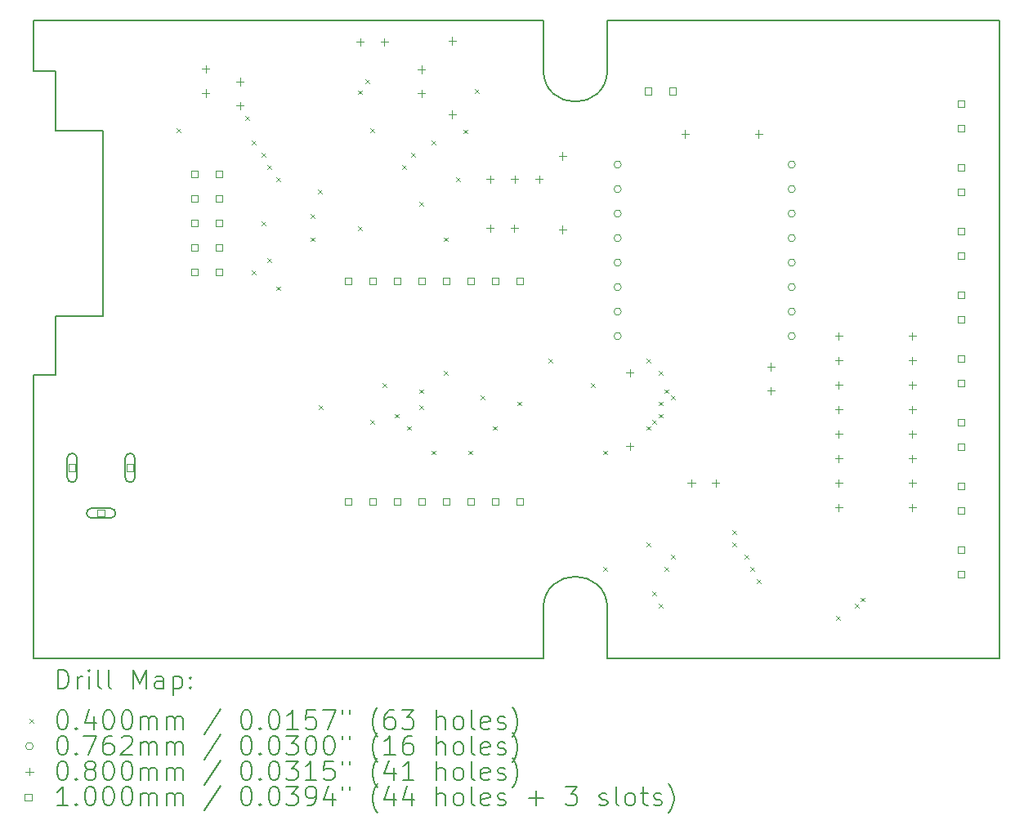
<source format=gbr>
%TF.GenerationSoftware,KiCad,Pcbnew,6.0.8+dfsg-1~bpo11+1+rpt1*%
%TF.CreationDate,2024-04-17T15:14:39-06:00*%
%TF.ProjectId,RetroWiFiModem,52657472-6f57-4694-9669-4d6f64656d2e,0.3*%
%TF.SameCoordinates,Original*%
%TF.FileFunction,Drillmap*%
%TF.FilePolarity,Positive*%
%FSLAX45Y45*%
G04 Gerber Fmt 4.5, Leading zero omitted, Abs format (unit mm)*
G04 Created by KiCad (PCBNEW 6.0.8+dfsg-1~bpo11+1+rpt1) date 2024-04-17 15:14:39*
%MOMM*%
%LPD*%
G01*
G04 APERTURE LIST*
%ADD10C,0.150000*%
%ADD11C,0.200000*%
%ADD12C,0.040000*%
%ADD13C,0.076200*%
%ADD14C,0.080000*%
%ADD15C,0.100000*%
G04 APERTURE END LIST*
D10*
X20970000Y-7583000D02*
X20970000Y-14197000D01*
X16248500Y-14197000D02*
X10970000Y-14197000D01*
X16911500Y-13682500D02*
G75*
G03*
X16248500Y-13682500I-331500J0D01*
G01*
X16911500Y-14197000D02*
X16911500Y-13682500D01*
X11198060Y-8114100D02*
X10970000Y-8114100D01*
X10970000Y-8114100D02*
X10970000Y-7583000D01*
X11683200Y-8727110D02*
X11198060Y-8727110D01*
X16248500Y-8097500D02*
G75*
G03*
X16911500Y-8097500I331500J0D01*
G01*
X16911500Y-8097500D02*
X16911500Y-7583000D01*
X11198060Y-8727110D02*
X11198060Y-8114100D01*
X11198060Y-10649890D02*
X11683200Y-10649890D01*
X11198060Y-11262900D02*
X11198060Y-10649890D01*
X16911500Y-7583000D02*
X20970000Y-7583000D01*
X16248500Y-13682500D02*
X16248500Y-14197000D01*
X16248500Y-7583000D02*
X16248500Y-8097500D01*
X20970000Y-14197000D02*
X16911500Y-14197000D01*
X10970000Y-7583000D02*
X16248500Y-7583000D01*
X11683200Y-10649890D02*
X11683200Y-8727110D01*
X10970000Y-14197000D02*
X10970000Y-11262900D01*
X10970000Y-11262900D02*
X11198060Y-11262900D01*
D11*
D12*
X12451400Y-8704900D02*
X12491400Y-8744900D01*
X12491400Y-8704900D02*
X12451400Y-8744900D01*
X13162600Y-8577900D02*
X13202600Y-8617900D01*
X13202600Y-8577900D02*
X13162600Y-8617900D01*
X13226100Y-8831900D02*
X13266100Y-8871900D01*
X13266100Y-8831900D02*
X13226100Y-8871900D01*
X13226100Y-10178100D02*
X13266100Y-10218100D01*
X13266100Y-10178100D02*
X13226100Y-10218100D01*
X13327700Y-8958900D02*
X13367700Y-8998900D01*
X13367700Y-8958900D02*
X13327700Y-8998900D01*
X13327700Y-9670100D02*
X13367700Y-9710100D01*
X13367700Y-9670100D02*
X13327700Y-9710100D01*
X13391200Y-9085900D02*
X13431200Y-9125900D01*
X13431200Y-9085900D02*
X13391200Y-9125900D01*
X13391200Y-10051100D02*
X13431200Y-10091100D01*
X13431200Y-10051100D02*
X13391200Y-10091100D01*
X13480100Y-9212900D02*
X13520100Y-9252900D01*
X13520100Y-9212900D02*
X13480100Y-9252900D01*
X13480100Y-10343200D02*
X13520100Y-10383200D01*
X13520100Y-10343200D02*
X13480100Y-10383200D01*
X13835700Y-9593900D02*
X13875700Y-9633900D01*
X13875700Y-9593900D02*
X13835700Y-9633900D01*
X13835700Y-9835200D02*
X13875700Y-9875200D01*
X13875700Y-9835200D02*
X13835700Y-9875200D01*
X13911900Y-9339900D02*
X13951900Y-9379900D01*
X13951900Y-9339900D02*
X13911900Y-9379900D01*
X13924600Y-11575100D02*
X13964600Y-11615100D01*
X13964600Y-11575100D02*
X13924600Y-11615100D01*
X14331000Y-8311200D02*
X14371000Y-8351200D01*
X14371000Y-8311200D02*
X14331000Y-8351200D01*
X14331000Y-9720900D02*
X14371000Y-9760900D01*
X14371000Y-9720900D02*
X14331000Y-9760900D01*
X14407200Y-8196900D02*
X14447200Y-8236900D01*
X14447200Y-8196900D02*
X14407200Y-8236900D01*
X14458000Y-8704900D02*
X14498000Y-8744900D01*
X14498000Y-8704900D02*
X14458000Y-8744900D01*
X14458000Y-11727500D02*
X14498000Y-11767500D01*
X14498000Y-11727500D02*
X14458000Y-11767500D01*
X14585000Y-11346500D02*
X14625000Y-11386500D01*
X14625000Y-11346500D02*
X14585000Y-11386500D01*
X14712000Y-11664000D02*
X14752000Y-11704000D01*
X14752000Y-11664000D02*
X14712000Y-11704000D01*
X14788200Y-9085900D02*
X14828200Y-9125900D01*
X14828200Y-9085900D02*
X14788200Y-9125900D01*
X14839000Y-11791000D02*
X14879000Y-11831000D01*
X14879000Y-11791000D02*
X14839000Y-11831000D01*
X14877100Y-8958900D02*
X14917100Y-8998900D01*
X14917100Y-8958900D02*
X14877100Y-8998900D01*
X14966000Y-9466900D02*
X15006000Y-9506900D01*
X15006000Y-9466900D02*
X14966000Y-9506900D01*
X14966000Y-11410000D02*
X15006000Y-11450000D01*
X15006000Y-11410000D02*
X14966000Y-11450000D01*
X14966000Y-11575100D02*
X15006000Y-11615100D01*
X15006000Y-11575100D02*
X14966000Y-11615100D01*
X15093000Y-8831900D02*
X15133000Y-8871900D01*
X15133000Y-8831900D02*
X15093000Y-8871900D01*
X15093000Y-12045000D02*
X15133000Y-12085000D01*
X15133000Y-12045000D02*
X15093000Y-12085000D01*
X15220000Y-9835200D02*
X15260000Y-9875200D01*
X15260000Y-9835200D02*
X15220000Y-9875200D01*
X15220000Y-11219500D02*
X15260000Y-11259500D01*
X15260000Y-11219500D02*
X15220000Y-11259500D01*
X15347000Y-9212900D02*
X15387000Y-9252900D01*
X15387000Y-9212900D02*
X15347000Y-9252900D01*
X15423200Y-8717600D02*
X15463200Y-8757600D01*
X15463200Y-8717600D02*
X15423200Y-8757600D01*
X15474000Y-12045000D02*
X15514000Y-12085000D01*
X15514000Y-12045000D02*
X15474000Y-12085000D01*
X15537500Y-8298500D02*
X15577500Y-8338500D01*
X15577500Y-8298500D02*
X15537500Y-8338500D01*
X15601000Y-11473500D02*
X15641000Y-11513500D01*
X15641000Y-11473500D02*
X15601000Y-11513500D01*
X15728000Y-11791000D02*
X15768000Y-11831000D01*
X15768000Y-11791000D02*
X15728000Y-11831000D01*
X15982000Y-11537000D02*
X16022000Y-11577000D01*
X16022000Y-11537000D02*
X15982000Y-11577000D01*
X16299500Y-11092500D02*
X16339500Y-11132500D01*
X16339500Y-11092500D02*
X16299500Y-11132500D01*
X16744000Y-11346500D02*
X16784000Y-11386500D01*
X16784000Y-11346500D02*
X16744000Y-11386500D01*
X16871000Y-12045000D02*
X16911000Y-12085000D01*
X16911000Y-12045000D02*
X16871000Y-12085000D01*
X16871000Y-13251500D02*
X16911000Y-13291500D01*
X16911000Y-13251500D02*
X16871000Y-13291500D01*
X17315500Y-11092500D02*
X17355500Y-11132500D01*
X17355500Y-11092500D02*
X17315500Y-11132500D01*
X17315500Y-11791000D02*
X17355500Y-11831000D01*
X17355500Y-11791000D02*
X17315500Y-11831000D01*
X17315500Y-12997500D02*
X17355500Y-13037500D01*
X17355500Y-12997500D02*
X17315500Y-13037500D01*
X17379000Y-11727500D02*
X17419000Y-11767500D01*
X17419000Y-11727500D02*
X17379000Y-11767500D01*
X17379000Y-13505500D02*
X17419000Y-13545500D01*
X17419000Y-13505500D02*
X17379000Y-13545500D01*
X17442500Y-11219500D02*
X17482500Y-11259500D01*
X17482500Y-11219500D02*
X17442500Y-11259500D01*
X17442500Y-11537000D02*
X17482500Y-11577000D01*
X17482500Y-11537000D02*
X17442500Y-11577000D01*
X17442500Y-11664000D02*
X17482500Y-11704000D01*
X17482500Y-11664000D02*
X17442500Y-11704000D01*
X17442500Y-13632500D02*
X17482500Y-13672500D01*
X17482500Y-13632500D02*
X17442500Y-13672500D01*
X17506000Y-11410000D02*
X17546000Y-11450000D01*
X17546000Y-11410000D02*
X17506000Y-11450000D01*
X17506000Y-13251500D02*
X17546000Y-13291500D01*
X17546000Y-13251500D02*
X17506000Y-13291500D01*
X17569500Y-11473500D02*
X17609500Y-11513500D01*
X17609500Y-11473500D02*
X17569500Y-11513500D01*
X17569500Y-13124500D02*
X17609500Y-13164500D01*
X17609500Y-13124500D02*
X17569500Y-13164500D01*
X18204500Y-12870500D02*
X18244500Y-12910500D01*
X18244500Y-12870500D02*
X18204500Y-12910500D01*
X18204500Y-12997500D02*
X18244500Y-13037500D01*
X18244500Y-12997500D02*
X18204500Y-13037500D01*
X18331500Y-13124500D02*
X18371500Y-13164500D01*
X18371500Y-13124500D02*
X18331500Y-13164500D01*
X18395000Y-13251500D02*
X18435000Y-13291500D01*
X18435000Y-13251500D02*
X18395000Y-13291500D01*
X18458500Y-13378500D02*
X18498500Y-13418500D01*
X18498500Y-13378500D02*
X18458500Y-13418500D01*
X19284000Y-13759500D02*
X19324000Y-13799500D01*
X19324000Y-13759500D02*
X19284000Y-13799500D01*
X19474500Y-13632500D02*
X19514500Y-13672500D01*
X19514500Y-13632500D02*
X19474500Y-13672500D01*
X19538000Y-13569000D02*
X19578000Y-13609000D01*
X19578000Y-13569000D02*
X19538000Y-13609000D01*
D13*
X17056100Y-9080500D02*
G75*
G03*
X17056100Y-9080500I-38100J0D01*
G01*
X17056100Y-9334500D02*
G75*
G03*
X17056100Y-9334500I-38100J0D01*
G01*
X17056100Y-9588500D02*
G75*
G03*
X17056100Y-9588500I-38100J0D01*
G01*
X17056100Y-9842500D02*
G75*
G03*
X17056100Y-9842500I-38100J0D01*
G01*
X17056100Y-10096500D02*
G75*
G03*
X17056100Y-10096500I-38100J0D01*
G01*
X17056100Y-10350500D02*
G75*
G03*
X17056100Y-10350500I-38100J0D01*
G01*
X17056100Y-10604500D02*
G75*
G03*
X17056100Y-10604500I-38100J0D01*
G01*
X17056100Y-10858500D02*
G75*
G03*
X17056100Y-10858500I-38100J0D01*
G01*
X18859500Y-9080500D02*
G75*
G03*
X18859500Y-9080500I-38100J0D01*
G01*
X18859500Y-9334500D02*
G75*
G03*
X18859500Y-9334500I-38100J0D01*
G01*
X18859500Y-9588500D02*
G75*
G03*
X18859500Y-9588500I-38100J0D01*
G01*
X18859500Y-9842500D02*
G75*
G03*
X18859500Y-9842500I-38100J0D01*
G01*
X18859500Y-10096500D02*
G75*
G03*
X18859500Y-10096500I-38100J0D01*
G01*
X18859500Y-10350500D02*
G75*
G03*
X18859500Y-10350500I-38100J0D01*
G01*
X18859500Y-10604500D02*
G75*
G03*
X18859500Y-10604500I-38100J0D01*
G01*
X18859500Y-10858500D02*
G75*
G03*
X18859500Y-10858500I-38100J0D01*
G01*
D14*
X12750800Y-8049900D02*
X12750800Y-8129900D01*
X12710800Y-8089900D02*
X12790800Y-8089900D01*
X12750800Y-8299900D02*
X12750800Y-8379900D01*
X12710800Y-8339900D02*
X12790800Y-8339900D01*
X13106400Y-8180900D02*
X13106400Y-8260900D01*
X13066400Y-8220900D02*
X13146400Y-8220900D01*
X13106400Y-8430900D02*
X13106400Y-8510900D01*
X13066400Y-8470900D02*
X13146400Y-8470900D01*
X14351000Y-7770500D02*
X14351000Y-7850500D01*
X14311000Y-7810500D02*
X14391000Y-7810500D01*
X14601000Y-7770500D02*
X14601000Y-7850500D01*
X14561000Y-7810500D02*
X14641000Y-7810500D01*
X14986000Y-8053900D02*
X14986000Y-8133900D01*
X14946000Y-8093900D02*
X15026000Y-8093900D01*
X14986000Y-8303900D02*
X14986000Y-8383900D01*
X14946000Y-8343900D02*
X15026000Y-8343900D01*
X15303500Y-7757800D02*
X15303500Y-7837800D01*
X15263500Y-7797800D02*
X15343500Y-7797800D01*
X15303500Y-8519800D02*
X15303500Y-8599800D01*
X15263500Y-8559800D02*
X15343500Y-8559800D01*
X15697200Y-9192900D02*
X15697200Y-9272900D01*
X15657200Y-9232900D02*
X15737200Y-9232900D01*
X15697200Y-9700900D02*
X15697200Y-9780900D01*
X15657200Y-9740900D02*
X15737200Y-9740900D01*
X15947200Y-9700900D02*
X15947200Y-9780900D01*
X15907200Y-9740900D02*
X15987200Y-9740900D01*
X15951200Y-9192900D02*
X15951200Y-9272900D01*
X15911200Y-9232900D02*
X15991200Y-9232900D01*
X16205200Y-9192900D02*
X16205200Y-9272900D01*
X16165200Y-9232900D02*
X16245200Y-9232900D01*
X16446500Y-8951600D02*
X16446500Y-9031600D01*
X16406500Y-8991600D02*
X16486500Y-8991600D01*
X16446500Y-9713600D02*
X16446500Y-9793600D01*
X16406500Y-9753600D02*
X16486500Y-9753600D01*
X17145000Y-11199500D02*
X17145000Y-11279500D01*
X17105000Y-11239500D02*
X17185000Y-11239500D01*
X17145000Y-11961500D02*
X17145000Y-12041500D01*
X17105000Y-12001500D02*
X17185000Y-12001500D01*
X17716500Y-8723000D02*
X17716500Y-8803000D01*
X17676500Y-8763000D02*
X17756500Y-8763000D01*
X17784000Y-12342500D02*
X17784000Y-12422500D01*
X17744000Y-12382500D02*
X17824000Y-12382500D01*
X18034000Y-12342500D02*
X18034000Y-12422500D01*
X17994000Y-12382500D02*
X18074000Y-12382500D01*
X18478500Y-8723000D02*
X18478500Y-8803000D01*
X18438500Y-8763000D02*
X18518500Y-8763000D01*
X18605500Y-11136000D02*
X18605500Y-11216000D01*
X18565500Y-11176000D02*
X18645500Y-11176000D01*
X18605500Y-11386000D02*
X18605500Y-11466000D01*
X18565500Y-11426000D02*
X18645500Y-11426000D01*
X19310350Y-10818500D02*
X19310350Y-10898500D01*
X19270350Y-10858500D02*
X19350350Y-10858500D01*
X19310350Y-11072500D02*
X19310350Y-11152500D01*
X19270350Y-11112500D02*
X19350350Y-11112500D01*
X19310350Y-11326500D02*
X19310350Y-11406500D01*
X19270350Y-11366500D02*
X19350350Y-11366500D01*
X19310350Y-11580500D02*
X19310350Y-11660500D01*
X19270350Y-11620500D02*
X19350350Y-11620500D01*
X19310350Y-11834500D02*
X19310350Y-11914500D01*
X19270350Y-11874500D02*
X19350350Y-11874500D01*
X19310350Y-12088500D02*
X19310350Y-12168500D01*
X19270350Y-12128500D02*
X19350350Y-12128500D01*
X19310350Y-12342500D02*
X19310350Y-12422500D01*
X19270350Y-12382500D02*
X19350350Y-12382500D01*
X19310350Y-12596500D02*
X19310350Y-12676500D01*
X19270350Y-12636500D02*
X19350350Y-12636500D01*
X20072350Y-10818500D02*
X20072350Y-10898500D01*
X20032350Y-10858500D02*
X20112350Y-10858500D01*
X20072350Y-11072500D02*
X20072350Y-11152500D01*
X20032350Y-11112500D02*
X20112350Y-11112500D01*
X20072350Y-11326500D02*
X20072350Y-11406500D01*
X20032350Y-11366500D02*
X20112350Y-11366500D01*
X20072350Y-11580500D02*
X20072350Y-11660500D01*
X20032350Y-11620500D02*
X20112350Y-11620500D01*
X20072350Y-11834500D02*
X20072350Y-11914500D01*
X20032350Y-11874500D02*
X20112350Y-11874500D01*
X20072350Y-12088500D02*
X20072350Y-12168500D01*
X20032350Y-12128500D02*
X20112350Y-12128500D01*
X20072350Y-12342500D02*
X20072350Y-12422500D01*
X20032350Y-12382500D02*
X20112350Y-12382500D01*
X20072350Y-12596500D02*
X20072350Y-12676500D01*
X20032350Y-12636500D02*
X20112350Y-12636500D01*
D15*
X11401856Y-12258606D02*
X11401856Y-12187894D01*
X11331144Y-12187894D01*
X11331144Y-12258606D01*
X11401856Y-12258606D01*
D11*
X11316500Y-12123250D02*
X11316500Y-12323250D01*
X11416500Y-12123250D02*
X11416500Y-12323250D01*
X11316500Y-12323250D02*
G75*
G03*
X11416500Y-12323250I50000J0D01*
G01*
X11416500Y-12123250D02*
G75*
G03*
X11316500Y-12123250I-50000J0D01*
G01*
D15*
X11701856Y-12728606D02*
X11701856Y-12657894D01*
X11631144Y-12657894D01*
X11631144Y-12728606D01*
X11701856Y-12728606D01*
D11*
X11566500Y-12743250D02*
X11766500Y-12743250D01*
X11566500Y-12643250D02*
X11766500Y-12643250D01*
X11766500Y-12743250D02*
G75*
G03*
X11766500Y-12643250I0J50000D01*
G01*
X11566500Y-12643250D02*
G75*
G03*
X11566500Y-12743250I0J-50000D01*
G01*
D15*
X12001856Y-12258606D02*
X12001856Y-12187894D01*
X11931144Y-12187894D01*
X11931144Y-12258606D01*
X12001856Y-12258606D01*
D11*
X11916500Y-12123250D02*
X11916500Y-12323250D01*
X12016500Y-12123250D02*
X12016500Y-12323250D01*
X11916500Y-12323250D02*
G75*
G03*
X12016500Y-12323250I50000J0D01*
G01*
X12016500Y-12123250D02*
G75*
G03*
X11916500Y-12123250I-50000J0D01*
G01*
D15*
X12671856Y-9215856D02*
X12671856Y-9145144D01*
X12601144Y-9145144D01*
X12601144Y-9215856D01*
X12671856Y-9215856D01*
X12671856Y-9469856D02*
X12671856Y-9399144D01*
X12601144Y-9399144D01*
X12601144Y-9469856D01*
X12671856Y-9469856D01*
X12671856Y-9723856D02*
X12671856Y-9653144D01*
X12601144Y-9653144D01*
X12601144Y-9723856D01*
X12671856Y-9723856D01*
X12671856Y-9977856D02*
X12671856Y-9907144D01*
X12601144Y-9907144D01*
X12601144Y-9977856D01*
X12671856Y-9977856D01*
X12671856Y-10231856D02*
X12671856Y-10161144D01*
X12601144Y-10161144D01*
X12601144Y-10231856D01*
X12671856Y-10231856D01*
X12925856Y-9215856D02*
X12925856Y-9145144D01*
X12855144Y-9145144D01*
X12855144Y-9215856D01*
X12925856Y-9215856D01*
X12925856Y-9469856D02*
X12925856Y-9399144D01*
X12855144Y-9399144D01*
X12855144Y-9469856D01*
X12925856Y-9469856D01*
X12925856Y-9723856D02*
X12925856Y-9653144D01*
X12855144Y-9653144D01*
X12855144Y-9723856D01*
X12925856Y-9723856D01*
X12925856Y-9977856D02*
X12925856Y-9907144D01*
X12855144Y-9907144D01*
X12855144Y-9977856D01*
X12925856Y-9977856D01*
X12925856Y-10231856D02*
X12925856Y-10161144D01*
X12855144Y-10161144D01*
X12855144Y-10231856D01*
X12925856Y-10231856D01*
X14259356Y-10322356D02*
X14259356Y-10251644D01*
X14188644Y-10251644D01*
X14188644Y-10322356D01*
X14259356Y-10322356D01*
X14259356Y-12608356D02*
X14259356Y-12537644D01*
X14188644Y-12537644D01*
X14188644Y-12608356D01*
X14259356Y-12608356D01*
X14513356Y-10322356D02*
X14513356Y-10251644D01*
X14442644Y-10251644D01*
X14442644Y-10322356D01*
X14513356Y-10322356D01*
X14513356Y-12608356D02*
X14513356Y-12537644D01*
X14442644Y-12537644D01*
X14442644Y-12608356D01*
X14513356Y-12608356D01*
X14767356Y-10322356D02*
X14767356Y-10251644D01*
X14696644Y-10251644D01*
X14696644Y-10322356D01*
X14767356Y-10322356D01*
X14767356Y-12608356D02*
X14767356Y-12537644D01*
X14696644Y-12537644D01*
X14696644Y-12608356D01*
X14767356Y-12608356D01*
X15021356Y-10322356D02*
X15021356Y-10251644D01*
X14950644Y-10251644D01*
X14950644Y-10322356D01*
X15021356Y-10322356D01*
X15021356Y-12608356D02*
X15021356Y-12537644D01*
X14950644Y-12537644D01*
X14950644Y-12608356D01*
X15021356Y-12608356D01*
X15275356Y-10322356D02*
X15275356Y-10251644D01*
X15204644Y-10251644D01*
X15204644Y-10322356D01*
X15275356Y-10322356D01*
X15275356Y-12608356D02*
X15275356Y-12537644D01*
X15204644Y-12537644D01*
X15204644Y-12608356D01*
X15275356Y-12608356D01*
X15529356Y-10322356D02*
X15529356Y-10251644D01*
X15458644Y-10251644D01*
X15458644Y-10322356D01*
X15529356Y-10322356D01*
X15529356Y-12608356D02*
X15529356Y-12537644D01*
X15458644Y-12537644D01*
X15458644Y-12608356D01*
X15529356Y-12608356D01*
X15783356Y-10322356D02*
X15783356Y-10251644D01*
X15712644Y-10251644D01*
X15712644Y-10322356D01*
X15783356Y-10322356D01*
X15783356Y-12608356D02*
X15783356Y-12537644D01*
X15712644Y-12537644D01*
X15712644Y-12608356D01*
X15783356Y-12608356D01*
X16037356Y-10322356D02*
X16037356Y-10251644D01*
X15966644Y-10251644D01*
X15966644Y-10322356D01*
X16037356Y-10322356D01*
X16037356Y-12608356D02*
X16037356Y-12537644D01*
X15966644Y-12537644D01*
X15966644Y-12608356D01*
X16037356Y-12608356D01*
X17370856Y-8353856D02*
X17370856Y-8283144D01*
X17300144Y-8283144D01*
X17300144Y-8353856D01*
X17370856Y-8353856D01*
X17624856Y-8353856D02*
X17624856Y-8283144D01*
X17554144Y-8283144D01*
X17554144Y-8353856D01*
X17624856Y-8353856D01*
X20609356Y-8486956D02*
X20609356Y-8416244D01*
X20538644Y-8416244D01*
X20538644Y-8486956D01*
X20609356Y-8486956D01*
X20609356Y-8740956D02*
X20609356Y-8670244D01*
X20538644Y-8670244D01*
X20538644Y-8740956D01*
X20609356Y-8740956D01*
X20609356Y-9147356D02*
X20609356Y-9076644D01*
X20538644Y-9076644D01*
X20538644Y-9147356D01*
X20609356Y-9147356D01*
X20609356Y-9401356D02*
X20609356Y-9330644D01*
X20538644Y-9330644D01*
X20538644Y-9401356D01*
X20609356Y-9401356D01*
X20609356Y-9807756D02*
X20609356Y-9737044D01*
X20538644Y-9737044D01*
X20538644Y-9807756D01*
X20609356Y-9807756D01*
X20609356Y-10061756D02*
X20609356Y-9991044D01*
X20538644Y-9991044D01*
X20538644Y-10061756D01*
X20609356Y-10061756D01*
X20609356Y-10468156D02*
X20609356Y-10397444D01*
X20538644Y-10397444D01*
X20538644Y-10468156D01*
X20609356Y-10468156D01*
X20609356Y-10722156D02*
X20609356Y-10651444D01*
X20538644Y-10651444D01*
X20538644Y-10722156D01*
X20609356Y-10722156D01*
X20609356Y-11128556D02*
X20609356Y-11057844D01*
X20538644Y-11057844D01*
X20538644Y-11128556D01*
X20609356Y-11128556D01*
X20609356Y-11382556D02*
X20609356Y-11311844D01*
X20538644Y-11311844D01*
X20538644Y-11382556D01*
X20609356Y-11382556D01*
X20609356Y-11788956D02*
X20609356Y-11718244D01*
X20538644Y-11718244D01*
X20538644Y-11788956D01*
X20609356Y-11788956D01*
X20609356Y-12042956D02*
X20609356Y-11972244D01*
X20538644Y-11972244D01*
X20538644Y-12042956D01*
X20609356Y-12042956D01*
X20609356Y-12449356D02*
X20609356Y-12378644D01*
X20538644Y-12378644D01*
X20538644Y-12449356D01*
X20609356Y-12449356D01*
X20609356Y-12703356D02*
X20609356Y-12632644D01*
X20538644Y-12632644D01*
X20538644Y-12703356D01*
X20609356Y-12703356D01*
X20609356Y-13109756D02*
X20609356Y-13039044D01*
X20538644Y-13039044D01*
X20538644Y-13109756D01*
X20609356Y-13109756D01*
X20609356Y-13363756D02*
X20609356Y-13293044D01*
X20538644Y-13293044D01*
X20538644Y-13363756D01*
X20609356Y-13363756D01*
D11*
X11220119Y-14514976D02*
X11220119Y-14314976D01*
X11267738Y-14314976D01*
X11296309Y-14324500D01*
X11315357Y-14343548D01*
X11324881Y-14362595D01*
X11334405Y-14400690D01*
X11334405Y-14429262D01*
X11324881Y-14467357D01*
X11315357Y-14486405D01*
X11296309Y-14505452D01*
X11267738Y-14514976D01*
X11220119Y-14514976D01*
X11420119Y-14514976D02*
X11420119Y-14381643D01*
X11420119Y-14419738D02*
X11429643Y-14400690D01*
X11439167Y-14391167D01*
X11458214Y-14381643D01*
X11477262Y-14381643D01*
X11543928Y-14514976D02*
X11543928Y-14381643D01*
X11543928Y-14314976D02*
X11534405Y-14324500D01*
X11543928Y-14334024D01*
X11553452Y-14324500D01*
X11543928Y-14314976D01*
X11543928Y-14334024D01*
X11667738Y-14514976D02*
X11648690Y-14505452D01*
X11639167Y-14486405D01*
X11639167Y-14314976D01*
X11772500Y-14514976D02*
X11753452Y-14505452D01*
X11743928Y-14486405D01*
X11743928Y-14314976D01*
X12001071Y-14514976D02*
X12001071Y-14314976D01*
X12067738Y-14457833D01*
X12134405Y-14314976D01*
X12134405Y-14514976D01*
X12315357Y-14514976D02*
X12315357Y-14410214D01*
X12305833Y-14391167D01*
X12286786Y-14381643D01*
X12248690Y-14381643D01*
X12229643Y-14391167D01*
X12315357Y-14505452D02*
X12296309Y-14514976D01*
X12248690Y-14514976D01*
X12229643Y-14505452D01*
X12220119Y-14486405D01*
X12220119Y-14467357D01*
X12229643Y-14448309D01*
X12248690Y-14438786D01*
X12296309Y-14438786D01*
X12315357Y-14429262D01*
X12410595Y-14381643D02*
X12410595Y-14581643D01*
X12410595Y-14391167D02*
X12429643Y-14381643D01*
X12467738Y-14381643D01*
X12486786Y-14391167D01*
X12496309Y-14400690D01*
X12505833Y-14419738D01*
X12505833Y-14476881D01*
X12496309Y-14495928D01*
X12486786Y-14505452D01*
X12467738Y-14514976D01*
X12429643Y-14514976D01*
X12410595Y-14505452D01*
X12591548Y-14495928D02*
X12601071Y-14505452D01*
X12591548Y-14514976D01*
X12582024Y-14505452D01*
X12591548Y-14495928D01*
X12591548Y-14514976D01*
X12591548Y-14391167D02*
X12601071Y-14400690D01*
X12591548Y-14410214D01*
X12582024Y-14400690D01*
X12591548Y-14391167D01*
X12591548Y-14410214D01*
D12*
X10922500Y-14824500D02*
X10962500Y-14864500D01*
X10962500Y-14824500D02*
X10922500Y-14864500D01*
D11*
X11258214Y-14734976D02*
X11277262Y-14734976D01*
X11296309Y-14744500D01*
X11305833Y-14754024D01*
X11315357Y-14773071D01*
X11324881Y-14811167D01*
X11324881Y-14858786D01*
X11315357Y-14896881D01*
X11305833Y-14915928D01*
X11296309Y-14925452D01*
X11277262Y-14934976D01*
X11258214Y-14934976D01*
X11239167Y-14925452D01*
X11229643Y-14915928D01*
X11220119Y-14896881D01*
X11210595Y-14858786D01*
X11210595Y-14811167D01*
X11220119Y-14773071D01*
X11229643Y-14754024D01*
X11239167Y-14744500D01*
X11258214Y-14734976D01*
X11410595Y-14915928D02*
X11420119Y-14925452D01*
X11410595Y-14934976D01*
X11401071Y-14925452D01*
X11410595Y-14915928D01*
X11410595Y-14934976D01*
X11591548Y-14801643D02*
X11591548Y-14934976D01*
X11543928Y-14725452D02*
X11496309Y-14868309D01*
X11620119Y-14868309D01*
X11734405Y-14734976D02*
X11753452Y-14734976D01*
X11772500Y-14744500D01*
X11782024Y-14754024D01*
X11791548Y-14773071D01*
X11801071Y-14811167D01*
X11801071Y-14858786D01*
X11791548Y-14896881D01*
X11782024Y-14915928D01*
X11772500Y-14925452D01*
X11753452Y-14934976D01*
X11734405Y-14934976D01*
X11715357Y-14925452D01*
X11705833Y-14915928D01*
X11696309Y-14896881D01*
X11686786Y-14858786D01*
X11686786Y-14811167D01*
X11696309Y-14773071D01*
X11705833Y-14754024D01*
X11715357Y-14744500D01*
X11734405Y-14734976D01*
X11924881Y-14734976D02*
X11943928Y-14734976D01*
X11962976Y-14744500D01*
X11972500Y-14754024D01*
X11982024Y-14773071D01*
X11991548Y-14811167D01*
X11991548Y-14858786D01*
X11982024Y-14896881D01*
X11972500Y-14915928D01*
X11962976Y-14925452D01*
X11943928Y-14934976D01*
X11924881Y-14934976D01*
X11905833Y-14925452D01*
X11896309Y-14915928D01*
X11886786Y-14896881D01*
X11877262Y-14858786D01*
X11877262Y-14811167D01*
X11886786Y-14773071D01*
X11896309Y-14754024D01*
X11905833Y-14744500D01*
X11924881Y-14734976D01*
X12077262Y-14934976D02*
X12077262Y-14801643D01*
X12077262Y-14820690D02*
X12086786Y-14811167D01*
X12105833Y-14801643D01*
X12134405Y-14801643D01*
X12153452Y-14811167D01*
X12162976Y-14830214D01*
X12162976Y-14934976D01*
X12162976Y-14830214D02*
X12172500Y-14811167D01*
X12191548Y-14801643D01*
X12220119Y-14801643D01*
X12239167Y-14811167D01*
X12248690Y-14830214D01*
X12248690Y-14934976D01*
X12343928Y-14934976D02*
X12343928Y-14801643D01*
X12343928Y-14820690D02*
X12353452Y-14811167D01*
X12372500Y-14801643D01*
X12401071Y-14801643D01*
X12420119Y-14811167D01*
X12429643Y-14830214D01*
X12429643Y-14934976D01*
X12429643Y-14830214D02*
X12439167Y-14811167D01*
X12458214Y-14801643D01*
X12486786Y-14801643D01*
X12505833Y-14811167D01*
X12515357Y-14830214D01*
X12515357Y-14934976D01*
X12905833Y-14725452D02*
X12734405Y-14982595D01*
X13162976Y-14734976D02*
X13182024Y-14734976D01*
X13201071Y-14744500D01*
X13210595Y-14754024D01*
X13220119Y-14773071D01*
X13229643Y-14811167D01*
X13229643Y-14858786D01*
X13220119Y-14896881D01*
X13210595Y-14915928D01*
X13201071Y-14925452D01*
X13182024Y-14934976D01*
X13162976Y-14934976D01*
X13143928Y-14925452D01*
X13134405Y-14915928D01*
X13124881Y-14896881D01*
X13115357Y-14858786D01*
X13115357Y-14811167D01*
X13124881Y-14773071D01*
X13134405Y-14754024D01*
X13143928Y-14744500D01*
X13162976Y-14734976D01*
X13315357Y-14915928D02*
X13324881Y-14925452D01*
X13315357Y-14934976D01*
X13305833Y-14925452D01*
X13315357Y-14915928D01*
X13315357Y-14934976D01*
X13448690Y-14734976D02*
X13467738Y-14734976D01*
X13486786Y-14744500D01*
X13496309Y-14754024D01*
X13505833Y-14773071D01*
X13515357Y-14811167D01*
X13515357Y-14858786D01*
X13505833Y-14896881D01*
X13496309Y-14915928D01*
X13486786Y-14925452D01*
X13467738Y-14934976D01*
X13448690Y-14934976D01*
X13429643Y-14925452D01*
X13420119Y-14915928D01*
X13410595Y-14896881D01*
X13401071Y-14858786D01*
X13401071Y-14811167D01*
X13410595Y-14773071D01*
X13420119Y-14754024D01*
X13429643Y-14744500D01*
X13448690Y-14734976D01*
X13705833Y-14934976D02*
X13591548Y-14934976D01*
X13648690Y-14934976D02*
X13648690Y-14734976D01*
X13629643Y-14763548D01*
X13610595Y-14782595D01*
X13591548Y-14792119D01*
X13886786Y-14734976D02*
X13791548Y-14734976D01*
X13782024Y-14830214D01*
X13791548Y-14820690D01*
X13810595Y-14811167D01*
X13858214Y-14811167D01*
X13877262Y-14820690D01*
X13886786Y-14830214D01*
X13896309Y-14849262D01*
X13896309Y-14896881D01*
X13886786Y-14915928D01*
X13877262Y-14925452D01*
X13858214Y-14934976D01*
X13810595Y-14934976D01*
X13791548Y-14925452D01*
X13782024Y-14915928D01*
X13962976Y-14734976D02*
X14096309Y-14734976D01*
X14010595Y-14934976D01*
X14162976Y-14734976D02*
X14162976Y-14773071D01*
X14239167Y-14734976D02*
X14239167Y-14773071D01*
X14534405Y-15011167D02*
X14524881Y-15001643D01*
X14505833Y-14973071D01*
X14496309Y-14954024D01*
X14486786Y-14925452D01*
X14477262Y-14877833D01*
X14477262Y-14839738D01*
X14486786Y-14792119D01*
X14496309Y-14763548D01*
X14505833Y-14744500D01*
X14524881Y-14715928D01*
X14534405Y-14706405D01*
X14696309Y-14734976D02*
X14658214Y-14734976D01*
X14639167Y-14744500D01*
X14629643Y-14754024D01*
X14610595Y-14782595D01*
X14601071Y-14820690D01*
X14601071Y-14896881D01*
X14610595Y-14915928D01*
X14620119Y-14925452D01*
X14639167Y-14934976D01*
X14677262Y-14934976D01*
X14696309Y-14925452D01*
X14705833Y-14915928D01*
X14715357Y-14896881D01*
X14715357Y-14849262D01*
X14705833Y-14830214D01*
X14696309Y-14820690D01*
X14677262Y-14811167D01*
X14639167Y-14811167D01*
X14620119Y-14820690D01*
X14610595Y-14830214D01*
X14601071Y-14849262D01*
X14782024Y-14734976D02*
X14905833Y-14734976D01*
X14839167Y-14811167D01*
X14867738Y-14811167D01*
X14886786Y-14820690D01*
X14896309Y-14830214D01*
X14905833Y-14849262D01*
X14905833Y-14896881D01*
X14896309Y-14915928D01*
X14886786Y-14925452D01*
X14867738Y-14934976D01*
X14810595Y-14934976D01*
X14791548Y-14925452D01*
X14782024Y-14915928D01*
X15143928Y-14934976D02*
X15143928Y-14734976D01*
X15229643Y-14934976D02*
X15229643Y-14830214D01*
X15220119Y-14811167D01*
X15201071Y-14801643D01*
X15172500Y-14801643D01*
X15153452Y-14811167D01*
X15143928Y-14820690D01*
X15353452Y-14934976D02*
X15334405Y-14925452D01*
X15324881Y-14915928D01*
X15315357Y-14896881D01*
X15315357Y-14839738D01*
X15324881Y-14820690D01*
X15334405Y-14811167D01*
X15353452Y-14801643D01*
X15382024Y-14801643D01*
X15401071Y-14811167D01*
X15410595Y-14820690D01*
X15420119Y-14839738D01*
X15420119Y-14896881D01*
X15410595Y-14915928D01*
X15401071Y-14925452D01*
X15382024Y-14934976D01*
X15353452Y-14934976D01*
X15534405Y-14934976D02*
X15515357Y-14925452D01*
X15505833Y-14906405D01*
X15505833Y-14734976D01*
X15686786Y-14925452D02*
X15667738Y-14934976D01*
X15629643Y-14934976D01*
X15610595Y-14925452D01*
X15601071Y-14906405D01*
X15601071Y-14830214D01*
X15610595Y-14811167D01*
X15629643Y-14801643D01*
X15667738Y-14801643D01*
X15686786Y-14811167D01*
X15696309Y-14830214D01*
X15696309Y-14849262D01*
X15601071Y-14868309D01*
X15772500Y-14925452D02*
X15791548Y-14934976D01*
X15829643Y-14934976D01*
X15848690Y-14925452D01*
X15858214Y-14906405D01*
X15858214Y-14896881D01*
X15848690Y-14877833D01*
X15829643Y-14868309D01*
X15801071Y-14868309D01*
X15782024Y-14858786D01*
X15772500Y-14839738D01*
X15772500Y-14830214D01*
X15782024Y-14811167D01*
X15801071Y-14801643D01*
X15829643Y-14801643D01*
X15848690Y-14811167D01*
X15924881Y-15011167D02*
X15934405Y-15001643D01*
X15953452Y-14973071D01*
X15962976Y-14954024D01*
X15972500Y-14925452D01*
X15982024Y-14877833D01*
X15982024Y-14839738D01*
X15972500Y-14792119D01*
X15962976Y-14763548D01*
X15953452Y-14744500D01*
X15934405Y-14715928D01*
X15924881Y-14706405D01*
D13*
X10962500Y-15108500D02*
G75*
G03*
X10962500Y-15108500I-38100J0D01*
G01*
D11*
X11258214Y-14998976D02*
X11277262Y-14998976D01*
X11296309Y-15008500D01*
X11305833Y-15018024D01*
X11315357Y-15037071D01*
X11324881Y-15075167D01*
X11324881Y-15122786D01*
X11315357Y-15160881D01*
X11305833Y-15179928D01*
X11296309Y-15189452D01*
X11277262Y-15198976D01*
X11258214Y-15198976D01*
X11239167Y-15189452D01*
X11229643Y-15179928D01*
X11220119Y-15160881D01*
X11210595Y-15122786D01*
X11210595Y-15075167D01*
X11220119Y-15037071D01*
X11229643Y-15018024D01*
X11239167Y-15008500D01*
X11258214Y-14998976D01*
X11410595Y-15179928D02*
X11420119Y-15189452D01*
X11410595Y-15198976D01*
X11401071Y-15189452D01*
X11410595Y-15179928D01*
X11410595Y-15198976D01*
X11486786Y-14998976D02*
X11620119Y-14998976D01*
X11534405Y-15198976D01*
X11782024Y-14998976D02*
X11743928Y-14998976D01*
X11724881Y-15008500D01*
X11715357Y-15018024D01*
X11696309Y-15046595D01*
X11686786Y-15084690D01*
X11686786Y-15160881D01*
X11696309Y-15179928D01*
X11705833Y-15189452D01*
X11724881Y-15198976D01*
X11762976Y-15198976D01*
X11782024Y-15189452D01*
X11791548Y-15179928D01*
X11801071Y-15160881D01*
X11801071Y-15113262D01*
X11791548Y-15094214D01*
X11782024Y-15084690D01*
X11762976Y-15075167D01*
X11724881Y-15075167D01*
X11705833Y-15084690D01*
X11696309Y-15094214D01*
X11686786Y-15113262D01*
X11877262Y-15018024D02*
X11886786Y-15008500D01*
X11905833Y-14998976D01*
X11953452Y-14998976D01*
X11972500Y-15008500D01*
X11982024Y-15018024D01*
X11991548Y-15037071D01*
X11991548Y-15056119D01*
X11982024Y-15084690D01*
X11867738Y-15198976D01*
X11991548Y-15198976D01*
X12077262Y-15198976D02*
X12077262Y-15065643D01*
X12077262Y-15084690D02*
X12086786Y-15075167D01*
X12105833Y-15065643D01*
X12134405Y-15065643D01*
X12153452Y-15075167D01*
X12162976Y-15094214D01*
X12162976Y-15198976D01*
X12162976Y-15094214D02*
X12172500Y-15075167D01*
X12191548Y-15065643D01*
X12220119Y-15065643D01*
X12239167Y-15075167D01*
X12248690Y-15094214D01*
X12248690Y-15198976D01*
X12343928Y-15198976D02*
X12343928Y-15065643D01*
X12343928Y-15084690D02*
X12353452Y-15075167D01*
X12372500Y-15065643D01*
X12401071Y-15065643D01*
X12420119Y-15075167D01*
X12429643Y-15094214D01*
X12429643Y-15198976D01*
X12429643Y-15094214D02*
X12439167Y-15075167D01*
X12458214Y-15065643D01*
X12486786Y-15065643D01*
X12505833Y-15075167D01*
X12515357Y-15094214D01*
X12515357Y-15198976D01*
X12905833Y-14989452D02*
X12734405Y-15246595D01*
X13162976Y-14998976D02*
X13182024Y-14998976D01*
X13201071Y-15008500D01*
X13210595Y-15018024D01*
X13220119Y-15037071D01*
X13229643Y-15075167D01*
X13229643Y-15122786D01*
X13220119Y-15160881D01*
X13210595Y-15179928D01*
X13201071Y-15189452D01*
X13182024Y-15198976D01*
X13162976Y-15198976D01*
X13143928Y-15189452D01*
X13134405Y-15179928D01*
X13124881Y-15160881D01*
X13115357Y-15122786D01*
X13115357Y-15075167D01*
X13124881Y-15037071D01*
X13134405Y-15018024D01*
X13143928Y-15008500D01*
X13162976Y-14998976D01*
X13315357Y-15179928D02*
X13324881Y-15189452D01*
X13315357Y-15198976D01*
X13305833Y-15189452D01*
X13315357Y-15179928D01*
X13315357Y-15198976D01*
X13448690Y-14998976D02*
X13467738Y-14998976D01*
X13486786Y-15008500D01*
X13496309Y-15018024D01*
X13505833Y-15037071D01*
X13515357Y-15075167D01*
X13515357Y-15122786D01*
X13505833Y-15160881D01*
X13496309Y-15179928D01*
X13486786Y-15189452D01*
X13467738Y-15198976D01*
X13448690Y-15198976D01*
X13429643Y-15189452D01*
X13420119Y-15179928D01*
X13410595Y-15160881D01*
X13401071Y-15122786D01*
X13401071Y-15075167D01*
X13410595Y-15037071D01*
X13420119Y-15018024D01*
X13429643Y-15008500D01*
X13448690Y-14998976D01*
X13582024Y-14998976D02*
X13705833Y-14998976D01*
X13639167Y-15075167D01*
X13667738Y-15075167D01*
X13686786Y-15084690D01*
X13696309Y-15094214D01*
X13705833Y-15113262D01*
X13705833Y-15160881D01*
X13696309Y-15179928D01*
X13686786Y-15189452D01*
X13667738Y-15198976D01*
X13610595Y-15198976D01*
X13591548Y-15189452D01*
X13582024Y-15179928D01*
X13829643Y-14998976D02*
X13848690Y-14998976D01*
X13867738Y-15008500D01*
X13877262Y-15018024D01*
X13886786Y-15037071D01*
X13896309Y-15075167D01*
X13896309Y-15122786D01*
X13886786Y-15160881D01*
X13877262Y-15179928D01*
X13867738Y-15189452D01*
X13848690Y-15198976D01*
X13829643Y-15198976D01*
X13810595Y-15189452D01*
X13801071Y-15179928D01*
X13791548Y-15160881D01*
X13782024Y-15122786D01*
X13782024Y-15075167D01*
X13791548Y-15037071D01*
X13801071Y-15018024D01*
X13810595Y-15008500D01*
X13829643Y-14998976D01*
X14020119Y-14998976D02*
X14039167Y-14998976D01*
X14058214Y-15008500D01*
X14067738Y-15018024D01*
X14077262Y-15037071D01*
X14086786Y-15075167D01*
X14086786Y-15122786D01*
X14077262Y-15160881D01*
X14067738Y-15179928D01*
X14058214Y-15189452D01*
X14039167Y-15198976D01*
X14020119Y-15198976D01*
X14001071Y-15189452D01*
X13991548Y-15179928D01*
X13982024Y-15160881D01*
X13972500Y-15122786D01*
X13972500Y-15075167D01*
X13982024Y-15037071D01*
X13991548Y-15018024D01*
X14001071Y-15008500D01*
X14020119Y-14998976D01*
X14162976Y-14998976D02*
X14162976Y-15037071D01*
X14239167Y-14998976D02*
X14239167Y-15037071D01*
X14534405Y-15275167D02*
X14524881Y-15265643D01*
X14505833Y-15237071D01*
X14496309Y-15218024D01*
X14486786Y-15189452D01*
X14477262Y-15141833D01*
X14477262Y-15103738D01*
X14486786Y-15056119D01*
X14496309Y-15027548D01*
X14505833Y-15008500D01*
X14524881Y-14979928D01*
X14534405Y-14970405D01*
X14715357Y-15198976D02*
X14601071Y-15198976D01*
X14658214Y-15198976D02*
X14658214Y-14998976D01*
X14639167Y-15027548D01*
X14620119Y-15046595D01*
X14601071Y-15056119D01*
X14886786Y-14998976D02*
X14848690Y-14998976D01*
X14829643Y-15008500D01*
X14820119Y-15018024D01*
X14801071Y-15046595D01*
X14791548Y-15084690D01*
X14791548Y-15160881D01*
X14801071Y-15179928D01*
X14810595Y-15189452D01*
X14829643Y-15198976D01*
X14867738Y-15198976D01*
X14886786Y-15189452D01*
X14896309Y-15179928D01*
X14905833Y-15160881D01*
X14905833Y-15113262D01*
X14896309Y-15094214D01*
X14886786Y-15084690D01*
X14867738Y-15075167D01*
X14829643Y-15075167D01*
X14810595Y-15084690D01*
X14801071Y-15094214D01*
X14791548Y-15113262D01*
X15143928Y-15198976D02*
X15143928Y-14998976D01*
X15229643Y-15198976D02*
X15229643Y-15094214D01*
X15220119Y-15075167D01*
X15201071Y-15065643D01*
X15172500Y-15065643D01*
X15153452Y-15075167D01*
X15143928Y-15084690D01*
X15353452Y-15198976D02*
X15334405Y-15189452D01*
X15324881Y-15179928D01*
X15315357Y-15160881D01*
X15315357Y-15103738D01*
X15324881Y-15084690D01*
X15334405Y-15075167D01*
X15353452Y-15065643D01*
X15382024Y-15065643D01*
X15401071Y-15075167D01*
X15410595Y-15084690D01*
X15420119Y-15103738D01*
X15420119Y-15160881D01*
X15410595Y-15179928D01*
X15401071Y-15189452D01*
X15382024Y-15198976D01*
X15353452Y-15198976D01*
X15534405Y-15198976D02*
X15515357Y-15189452D01*
X15505833Y-15170405D01*
X15505833Y-14998976D01*
X15686786Y-15189452D02*
X15667738Y-15198976D01*
X15629643Y-15198976D01*
X15610595Y-15189452D01*
X15601071Y-15170405D01*
X15601071Y-15094214D01*
X15610595Y-15075167D01*
X15629643Y-15065643D01*
X15667738Y-15065643D01*
X15686786Y-15075167D01*
X15696309Y-15094214D01*
X15696309Y-15113262D01*
X15601071Y-15132309D01*
X15772500Y-15189452D02*
X15791548Y-15198976D01*
X15829643Y-15198976D01*
X15848690Y-15189452D01*
X15858214Y-15170405D01*
X15858214Y-15160881D01*
X15848690Y-15141833D01*
X15829643Y-15132309D01*
X15801071Y-15132309D01*
X15782024Y-15122786D01*
X15772500Y-15103738D01*
X15772500Y-15094214D01*
X15782024Y-15075167D01*
X15801071Y-15065643D01*
X15829643Y-15065643D01*
X15848690Y-15075167D01*
X15924881Y-15275167D02*
X15934405Y-15265643D01*
X15953452Y-15237071D01*
X15962976Y-15218024D01*
X15972500Y-15189452D01*
X15982024Y-15141833D01*
X15982024Y-15103738D01*
X15972500Y-15056119D01*
X15962976Y-15027548D01*
X15953452Y-15008500D01*
X15934405Y-14979928D01*
X15924881Y-14970405D01*
D14*
X10922500Y-15332500D02*
X10922500Y-15412500D01*
X10882500Y-15372500D02*
X10962500Y-15372500D01*
D11*
X11258214Y-15262976D02*
X11277262Y-15262976D01*
X11296309Y-15272500D01*
X11305833Y-15282024D01*
X11315357Y-15301071D01*
X11324881Y-15339167D01*
X11324881Y-15386786D01*
X11315357Y-15424881D01*
X11305833Y-15443928D01*
X11296309Y-15453452D01*
X11277262Y-15462976D01*
X11258214Y-15462976D01*
X11239167Y-15453452D01*
X11229643Y-15443928D01*
X11220119Y-15424881D01*
X11210595Y-15386786D01*
X11210595Y-15339167D01*
X11220119Y-15301071D01*
X11229643Y-15282024D01*
X11239167Y-15272500D01*
X11258214Y-15262976D01*
X11410595Y-15443928D02*
X11420119Y-15453452D01*
X11410595Y-15462976D01*
X11401071Y-15453452D01*
X11410595Y-15443928D01*
X11410595Y-15462976D01*
X11534405Y-15348690D02*
X11515357Y-15339167D01*
X11505833Y-15329643D01*
X11496309Y-15310595D01*
X11496309Y-15301071D01*
X11505833Y-15282024D01*
X11515357Y-15272500D01*
X11534405Y-15262976D01*
X11572500Y-15262976D01*
X11591548Y-15272500D01*
X11601071Y-15282024D01*
X11610595Y-15301071D01*
X11610595Y-15310595D01*
X11601071Y-15329643D01*
X11591548Y-15339167D01*
X11572500Y-15348690D01*
X11534405Y-15348690D01*
X11515357Y-15358214D01*
X11505833Y-15367738D01*
X11496309Y-15386786D01*
X11496309Y-15424881D01*
X11505833Y-15443928D01*
X11515357Y-15453452D01*
X11534405Y-15462976D01*
X11572500Y-15462976D01*
X11591548Y-15453452D01*
X11601071Y-15443928D01*
X11610595Y-15424881D01*
X11610595Y-15386786D01*
X11601071Y-15367738D01*
X11591548Y-15358214D01*
X11572500Y-15348690D01*
X11734405Y-15262976D02*
X11753452Y-15262976D01*
X11772500Y-15272500D01*
X11782024Y-15282024D01*
X11791548Y-15301071D01*
X11801071Y-15339167D01*
X11801071Y-15386786D01*
X11791548Y-15424881D01*
X11782024Y-15443928D01*
X11772500Y-15453452D01*
X11753452Y-15462976D01*
X11734405Y-15462976D01*
X11715357Y-15453452D01*
X11705833Y-15443928D01*
X11696309Y-15424881D01*
X11686786Y-15386786D01*
X11686786Y-15339167D01*
X11696309Y-15301071D01*
X11705833Y-15282024D01*
X11715357Y-15272500D01*
X11734405Y-15262976D01*
X11924881Y-15262976D02*
X11943928Y-15262976D01*
X11962976Y-15272500D01*
X11972500Y-15282024D01*
X11982024Y-15301071D01*
X11991548Y-15339167D01*
X11991548Y-15386786D01*
X11982024Y-15424881D01*
X11972500Y-15443928D01*
X11962976Y-15453452D01*
X11943928Y-15462976D01*
X11924881Y-15462976D01*
X11905833Y-15453452D01*
X11896309Y-15443928D01*
X11886786Y-15424881D01*
X11877262Y-15386786D01*
X11877262Y-15339167D01*
X11886786Y-15301071D01*
X11896309Y-15282024D01*
X11905833Y-15272500D01*
X11924881Y-15262976D01*
X12077262Y-15462976D02*
X12077262Y-15329643D01*
X12077262Y-15348690D02*
X12086786Y-15339167D01*
X12105833Y-15329643D01*
X12134405Y-15329643D01*
X12153452Y-15339167D01*
X12162976Y-15358214D01*
X12162976Y-15462976D01*
X12162976Y-15358214D02*
X12172500Y-15339167D01*
X12191548Y-15329643D01*
X12220119Y-15329643D01*
X12239167Y-15339167D01*
X12248690Y-15358214D01*
X12248690Y-15462976D01*
X12343928Y-15462976D02*
X12343928Y-15329643D01*
X12343928Y-15348690D02*
X12353452Y-15339167D01*
X12372500Y-15329643D01*
X12401071Y-15329643D01*
X12420119Y-15339167D01*
X12429643Y-15358214D01*
X12429643Y-15462976D01*
X12429643Y-15358214D02*
X12439167Y-15339167D01*
X12458214Y-15329643D01*
X12486786Y-15329643D01*
X12505833Y-15339167D01*
X12515357Y-15358214D01*
X12515357Y-15462976D01*
X12905833Y-15253452D02*
X12734405Y-15510595D01*
X13162976Y-15262976D02*
X13182024Y-15262976D01*
X13201071Y-15272500D01*
X13210595Y-15282024D01*
X13220119Y-15301071D01*
X13229643Y-15339167D01*
X13229643Y-15386786D01*
X13220119Y-15424881D01*
X13210595Y-15443928D01*
X13201071Y-15453452D01*
X13182024Y-15462976D01*
X13162976Y-15462976D01*
X13143928Y-15453452D01*
X13134405Y-15443928D01*
X13124881Y-15424881D01*
X13115357Y-15386786D01*
X13115357Y-15339167D01*
X13124881Y-15301071D01*
X13134405Y-15282024D01*
X13143928Y-15272500D01*
X13162976Y-15262976D01*
X13315357Y-15443928D02*
X13324881Y-15453452D01*
X13315357Y-15462976D01*
X13305833Y-15453452D01*
X13315357Y-15443928D01*
X13315357Y-15462976D01*
X13448690Y-15262976D02*
X13467738Y-15262976D01*
X13486786Y-15272500D01*
X13496309Y-15282024D01*
X13505833Y-15301071D01*
X13515357Y-15339167D01*
X13515357Y-15386786D01*
X13505833Y-15424881D01*
X13496309Y-15443928D01*
X13486786Y-15453452D01*
X13467738Y-15462976D01*
X13448690Y-15462976D01*
X13429643Y-15453452D01*
X13420119Y-15443928D01*
X13410595Y-15424881D01*
X13401071Y-15386786D01*
X13401071Y-15339167D01*
X13410595Y-15301071D01*
X13420119Y-15282024D01*
X13429643Y-15272500D01*
X13448690Y-15262976D01*
X13582024Y-15262976D02*
X13705833Y-15262976D01*
X13639167Y-15339167D01*
X13667738Y-15339167D01*
X13686786Y-15348690D01*
X13696309Y-15358214D01*
X13705833Y-15377262D01*
X13705833Y-15424881D01*
X13696309Y-15443928D01*
X13686786Y-15453452D01*
X13667738Y-15462976D01*
X13610595Y-15462976D01*
X13591548Y-15453452D01*
X13582024Y-15443928D01*
X13896309Y-15462976D02*
X13782024Y-15462976D01*
X13839167Y-15462976D02*
X13839167Y-15262976D01*
X13820119Y-15291548D01*
X13801071Y-15310595D01*
X13782024Y-15320119D01*
X14077262Y-15262976D02*
X13982024Y-15262976D01*
X13972500Y-15358214D01*
X13982024Y-15348690D01*
X14001071Y-15339167D01*
X14048690Y-15339167D01*
X14067738Y-15348690D01*
X14077262Y-15358214D01*
X14086786Y-15377262D01*
X14086786Y-15424881D01*
X14077262Y-15443928D01*
X14067738Y-15453452D01*
X14048690Y-15462976D01*
X14001071Y-15462976D01*
X13982024Y-15453452D01*
X13972500Y-15443928D01*
X14162976Y-15262976D02*
X14162976Y-15301071D01*
X14239167Y-15262976D02*
X14239167Y-15301071D01*
X14534405Y-15539167D02*
X14524881Y-15529643D01*
X14505833Y-15501071D01*
X14496309Y-15482024D01*
X14486786Y-15453452D01*
X14477262Y-15405833D01*
X14477262Y-15367738D01*
X14486786Y-15320119D01*
X14496309Y-15291548D01*
X14505833Y-15272500D01*
X14524881Y-15243928D01*
X14534405Y-15234405D01*
X14696309Y-15329643D02*
X14696309Y-15462976D01*
X14648690Y-15253452D02*
X14601071Y-15396309D01*
X14724881Y-15396309D01*
X14905833Y-15462976D02*
X14791548Y-15462976D01*
X14848690Y-15462976D02*
X14848690Y-15262976D01*
X14829643Y-15291548D01*
X14810595Y-15310595D01*
X14791548Y-15320119D01*
X15143928Y-15462976D02*
X15143928Y-15262976D01*
X15229643Y-15462976D02*
X15229643Y-15358214D01*
X15220119Y-15339167D01*
X15201071Y-15329643D01*
X15172500Y-15329643D01*
X15153452Y-15339167D01*
X15143928Y-15348690D01*
X15353452Y-15462976D02*
X15334405Y-15453452D01*
X15324881Y-15443928D01*
X15315357Y-15424881D01*
X15315357Y-15367738D01*
X15324881Y-15348690D01*
X15334405Y-15339167D01*
X15353452Y-15329643D01*
X15382024Y-15329643D01*
X15401071Y-15339167D01*
X15410595Y-15348690D01*
X15420119Y-15367738D01*
X15420119Y-15424881D01*
X15410595Y-15443928D01*
X15401071Y-15453452D01*
X15382024Y-15462976D01*
X15353452Y-15462976D01*
X15534405Y-15462976D02*
X15515357Y-15453452D01*
X15505833Y-15434405D01*
X15505833Y-15262976D01*
X15686786Y-15453452D02*
X15667738Y-15462976D01*
X15629643Y-15462976D01*
X15610595Y-15453452D01*
X15601071Y-15434405D01*
X15601071Y-15358214D01*
X15610595Y-15339167D01*
X15629643Y-15329643D01*
X15667738Y-15329643D01*
X15686786Y-15339167D01*
X15696309Y-15358214D01*
X15696309Y-15377262D01*
X15601071Y-15396309D01*
X15772500Y-15453452D02*
X15791548Y-15462976D01*
X15829643Y-15462976D01*
X15848690Y-15453452D01*
X15858214Y-15434405D01*
X15858214Y-15424881D01*
X15848690Y-15405833D01*
X15829643Y-15396309D01*
X15801071Y-15396309D01*
X15782024Y-15386786D01*
X15772500Y-15367738D01*
X15772500Y-15358214D01*
X15782024Y-15339167D01*
X15801071Y-15329643D01*
X15829643Y-15329643D01*
X15848690Y-15339167D01*
X15924881Y-15539167D02*
X15934405Y-15529643D01*
X15953452Y-15501071D01*
X15962976Y-15482024D01*
X15972500Y-15453452D01*
X15982024Y-15405833D01*
X15982024Y-15367738D01*
X15972500Y-15320119D01*
X15962976Y-15291548D01*
X15953452Y-15272500D01*
X15934405Y-15243928D01*
X15924881Y-15234405D01*
D15*
X10947856Y-15671856D02*
X10947856Y-15601144D01*
X10877144Y-15601144D01*
X10877144Y-15671856D01*
X10947856Y-15671856D01*
D11*
X11324881Y-15726976D02*
X11210595Y-15726976D01*
X11267738Y-15726976D02*
X11267738Y-15526976D01*
X11248690Y-15555548D01*
X11229643Y-15574595D01*
X11210595Y-15584119D01*
X11410595Y-15707928D02*
X11420119Y-15717452D01*
X11410595Y-15726976D01*
X11401071Y-15717452D01*
X11410595Y-15707928D01*
X11410595Y-15726976D01*
X11543928Y-15526976D02*
X11562976Y-15526976D01*
X11582024Y-15536500D01*
X11591548Y-15546024D01*
X11601071Y-15565071D01*
X11610595Y-15603167D01*
X11610595Y-15650786D01*
X11601071Y-15688881D01*
X11591548Y-15707928D01*
X11582024Y-15717452D01*
X11562976Y-15726976D01*
X11543928Y-15726976D01*
X11524881Y-15717452D01*
X11515357Y-15707928D01*
X11505833Y-15688881D01*
X11496309Y-15650786D01*
X11496309Y-15603167D01*
X11505833Y-15565071D01*
X11515357Y-15546024D01*
X11524881Y-15536500D01*
X11543928Y-15526976D01*
X11734405Y-15526976D02*
X11753452Y-15526976D01*
X11772500Y-15536500D01*
X11782024Y-15546024D01*
X11791548Y-15565071D01*
X11801071Y-15603167D01*
X11801071Y-15650786D01*
X11791548Y-15688881D01*
X11782024Y-15707928D01*
X11772500Y-15717452D01*
X11753452Y-15726976D01*
X11734405Y-15726976D01*
X11715357Y-15717452D01*
X11705833Y-15707928D01*
X11696309Y-15688881D01*
X11686786Y-15650786D01*
X11686786Y-15603167D01*
X11696309Y-15565071D01*
X11705833Y-15546024D01*
X11715357Y-15536500D01*
X11734405Y-15526976D01*
X11924881Y-15526976D02*
X11943928Y-15526976D01*
X11962976Y-15536500D01*
X11972500Y-15546024D01*
X11982024Y-15565071D01*
X11991548Y-15603167D01*
X11991548Y-15650786D01*
X11982024Y-15688881D01*
X11972500Y-15707928D01*
X11962976Y-15717452D01*
X11943928Y-15726976D01*
X11924881Y-15726976D01*
X11905833Y-15717452D01*
X11896309Y-15707928D01*
X11886786Y-15688881D01*
X11877262Y-15650786D01*
X11877262Y-15603167D01*
X11886786Y-15565071D01*
X11896309Y-15546024D01*
X11905833Y-15536500D01*
X11924881Y-15526976D01*
X12077262Y-15726976D02*
X12077262Y-15593643D01*
X12077262Y-15612690D02*
X12086786Y-15603167D01*
X12105833Y-15593643D01*
X12134405Y-15593643D01*
X12153452Y-15603167D01*
X12162976Y-15622214D01*
X12162976Y-15726976D01*
X12162976Y-15622214D02*
X12172500Y-15603167D01*
X12191548Y-15593643D01*
X12220119Y-15593643D01*
X12239167Y-15603167D01*
X12248690Y-15622214D01*
X12248690Y-15726976D01*
X12343928Y-15726976D02*
X12343928Y-15593643D01*
X12343928Y-15612690D02*
X12353452Y-15603167D01*
X12372500Y-15593643D01*
X12401071Y-15593643D01*
X12420119Y-15603167D01*
X12429643Y-15622214D01*
X12429643Y-15726976D01*
X12429643Y-15622214D02*
X12439167Y-15603167D01*
X12458214Y-15593643D01*
X12486786Y-15593643D01*
X12505833Y-15603167D01*
X12515357Y-15622214D01*
X12515357Y-15726976D01*
X12905833Y-15517452D02*
X12734405Y-15774595D01*
X13162976Y-15526976D02*
X13182024Y-15526976D01*
X13201071Y-15536500D01*
X13210595Y-15546024D01*
X13220119Y-15565071D01*
X13229643Y-15603167D01*
X13229643Y-15650786D01*
X13220119Y-15688881D01*
X13210595Y-15707928D01*
X13201071Y-15717452D01*
X13182024Y-15726976D01*
X13162976Y-15726976D01*
X13143928Y-15717452D01*
X13134405Y-15707928D01*
X13124881Y-15688881D01*
X13115357Y-15650786D01*
X13115357Y-15603167D01*
X13124881Y-15565071D01*
X13134405Y-15546024D01*
X13143928Y-15536500D01*
X13162976Y-15526976D01*
X13315357Y-15707928D02*
X13324881Y-15717452D01*
X13315357Y-15726976D01*
X13305833Y-15717452D01*
X13315357Y-15707928D01*
X13315357Y-15726976D01*
X13448690Y-15526976D02*
X13467738Y-15526976D01*
X13486786Y-15536500D01*
X13496309Y-15546024D01*
X13505833Y-15565071D01*
X13515357Y-15603167D01*
X13515357Y-15650786D01*
X13505833Y-15688881D01*
X13496309Y-15707928D01*
X13486786Y-15717452D01*
X13467738Y-15726976D01*
X13448690Y-15726976D01*
X13429643Y-15717452D01*
X13420119Y-15707928D01*
X13410595Y-15688881D01*
X13401071Y-15650786D01*
X13401071Y-15603167D01*
X13410595Y-15565071D01*
X13420119Y-15546024D01*
X13429643Y-15536500D01*
X13448690Y-15526976D01*
X13582024Y-15526976D02*
X13705833Y-15526976D01*
X13639167Y-15603167D01*
X13667738Y-15603167D01*
X13686786Y-15612690D01*
X13696309Y-15622214D01*
X13705833Y-15641262D01*
X13705833Y-15688881D01*
X13696309Y-15707928D01*
X13686786Y-15717452D01*
X13667738Y-15726976D01*
X13610595Y-15726976D01*
X13591548Y-15717452D01*
X13582024Y-15707928D01*
X13801071Y-15726976D02*
X13839167Y-15726976D01*
X13858214Y-15717452D01*
X13867738Y-15707928D01*
X13886786Y-15679357D01*
X13896309Y-15641262D01*
X13896309Y-15565071D01*
X13886786Y-15546024D01*
X13877262Y-15536500D01*
X13858214Y-15526976D01*
X13820119Y-15526976D01*
X13801071Y-15536500D01*
X13791548Y-15546024D01*
X13782024Y-15565071D01*
X13782024Y-15612690D01*
X13791548Y-15631738D01*
X13801071Y-15641262D01*
X13820119Y-15650786D01*
X13858214Y-15650786D01*
X13877262Y-15641262D01*
X13886786Y-15631738D01*
X13896309Y-15612690D01*
X14067738Y-15593643D02*
X14067738Y-15726976D01*
X14020119Y-15517452D02*
X13972500Y-15660309D01*
X14096309Y-15660309D01*
X14162976Y-15526976D02*
X14162976Y-15565071D01*
X14239167Y-15526976D02*
X14239167Y-15565071D01*
X14534405Y-15803167D02*
X14524881Y-15793643D01*
X14505833Y-15765071D01*
X14496309Y-15746024D01*
X14486786Y-15717452D01*
X14477262Y-15669833D01*
X14477262Y-15631738D01*
X14486786Y-15584119D01*
X14496309Y-15555548D01*
X14505833Y-15536500D01*
X14524881Y-15507928D01*
X14534405Y-15498405D01*
X14696309Y-15593643D02*
X14696309Y-15726976D01*
X14648690Y-15517452D02*
X14601071Y-15660309D01*
X14724881Y-15660309D01*
X14886786Y-15593643D02*
X14886786Y-15726976D01*
X14839167Y-15517452D02*
X14791548Y-15660309D01*
X14915357Y-15660309D01*
X15143928Y-15726976D02*
X15143928Y-15526976D01*
X15229643Y-15726976D02*
X15229643Y-15622214D01*
X15220119Y-15603167D01*
X15201071Y-15593643D01*
X15172500Y-15593643D01*
X15153452Y-15603167D01*
X15143928Y-15612690D01*
X15353452Y-15726976D02*
X15334405Y-15717452D01*
X15324881Y-15707928D01*
X15315357Y-15688881D01*
X15315357Y-15631738D01*
X15324881Y-15612690D01*
X15334405Y-15603167D01*
X15353452Y-15593643D01*
X15382024Y-15593643D01*
X15401071Y-15603167D01*
X15410595Y-15612690D01*
X15420119Y-15631738D01*
X15420119Y-15688881D01*
X15410595Y-15707928D01*
X15401071Y-15717452D01*
X15382024Y-15726976D01*
X15353452Y-15726976D01*
X15534405Y-15726976D02*
X15515357Y-15717452D01*
X15505833Y-15698405D01*
X15505833Y-15526976D01*
X15686786Y-15717452D02*
X15667738Y-15726976D01*
X15629643Y-15726976D01*
X15610595Y-15717452D01*
X15601071Y-15698405D01*
X15601071Y-15622214D01*
X15610595Y-15603167D01*
X15629643Y-15593643D01*
X15667738Y-15593643D01*
X15686786Y-15603167D01*
X15696309Y-15622214D01*
X15696309Y-15641262D01*
X15601071Y-15660309D01*
X15772500Y-15717452D02*
X15791548Y-15726976D01*
X15829643Y-15726976D01*
X15848690Y-15717452D01*
X15858214Y-15698405D01*
X15858214Y-15688881D01*
X15848690Y-15669833D01*
X15829643Y-15660309D01*
X15801071Y-15660309D01*
X15782024Y-15650786D01*
X15772500Y-15631738D01*
X15772500Y-15622214D01*
X15782024Y-15603167D01*
X15801071Y-15593643D01*
X15829643Y-15593643D01*
X15848690Y-15603167D01*
X16096309Y-15650786D02*
X16248690Y-15650786D01*
X16172500Y-15726976D02*
X16172500Y-15574595D01*
X16477262Y-15526976D02*
X16601071Y-15526976D01*
X16534405Y-15603167D01*
X16562976Y-15603167D01*
X16582024Y-15612690D01*
X16591548Y-15622214D01*
X16601071Y-15641262D01*
X16601071Y-15688881D01*
X16591548Y-15707928D01*
X16582024Y-15717452D01*
X16562976Y-15726976D01*
X16505833Y-15726976D01*
X16486786Y-15717452D01*
X16477262Y-15707928D01*
X16829643Y-15717452D02*
X16848690Y-15726976D01*
X16886786Y-15726976D01*
X16905833Y-15717452D01*
X16915357Y-15698405D01*
X16915357Y-15688881D01*
X16905833Y-15669833D01*
X16886786Y-15660309D01*
X16858214Y-15660309D01*
X16839167Y-15650786D01*
X16829643Y-15631738D01*
X16829643Y-15622214D01*
X16839167Y-15603167D01*
X16858214Y-15593643D01*
X16886786Y-15593643D01*
X16905833Y-15603167D01*
X17029643Y-15726976D02*
X17010595Y-15717452D01*
X17001071Y-15698405D01*
X17001071Y-15526976D01*
X17134405Y-15726976D02*
X17115357Y-15717452D01*
X17105833Y-15707928D01*
X17096310Y-15688881D01*
X17096310Y-15631738D01*
X17105833Y-15612690D01*
X17115357Y-15603167D01*
X17134405Y-15593643D01*
X17162976Y-15593643D01*
X17182024Y-15603167D01*
X17191548Y-15612690D01*
X17201071Y-15631738D01*
X17201071Y-15688881D01*
X17191548Y-15707928D01*
X17182024Y-15717452D01*
X17162976Y-15726976D01*
X17134405Y-15726976D01*
X17258214Y-15593643D02*
X17334405Y-15593643D01*
X17286786Y-15526976D02*
X17286786Y-15698405D01*
X17296310Y-15717452D01*
X17315357Y-15726976D01*
X17334405Y-15726976D01*
X17391548Y-15717452D02*
X17410595Y-15726976D01*
X17448690Y-15726976D01*
X17467738Y-15717452D01*
X17477262Y-15698405D01*
X17477262Y-15688881D01*
X17467738Y-15669833D01*
X17448690Y-15660309D01*
X17420119Y-15660309D01*
X17401071Y-15650786D01*
X17391548Y-15631738D01*
X17391548Y-15622214D01*
X17401071Y-15603167D01*
X17420119Y-15593643D01*
X17448690Y-15593643D01*
X17467738Y-15603167D01*
X17543929Y-15803167D02*
X17553452Y-15793643D01*
X17572500Y-15765071D01*
X17582024Y-15746024D01*
X17591548Y-15717452D01*
X17601071Y-15669833D01*
X17601071Y-15631738D01*
X17591548Y-15584119D01*
X17582024Y-15555548D01*
X17572500Y-15536500D01*
X17553452Y-15507928D01*
X17543929Y-15498405D01*
M02*

</source>
